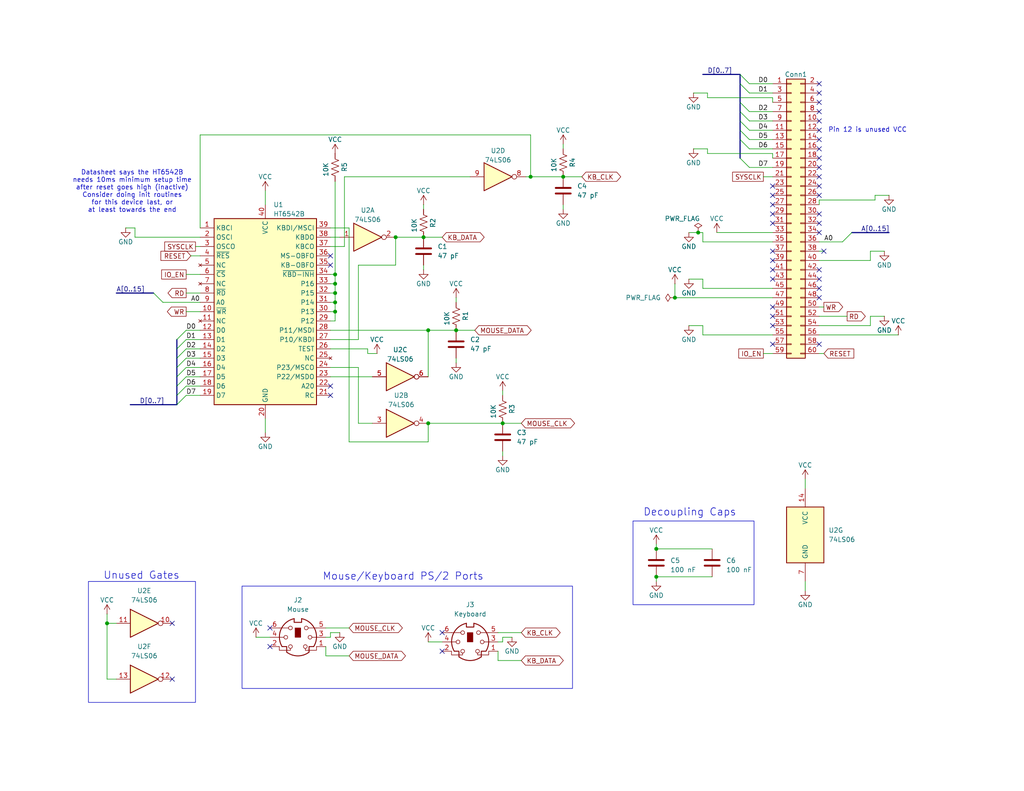
<source format=kicad_sch>
(kicad_sch (version 20231120) (generator "eeschema") (generator_version "8.0")
  (paper "A")
  (title_block (title "Kludge PS/2 Card") (rev "1.0.1"))
  (lib_symbols
    (symbol "74xx:74LS06" (pin_names (offset 1.016))
      (property "Reference" "U" (at 0 1.27 0))
      (property "Value" "74LS06" (at 0 -1.27 0))
      (symbol "74LS06_1_0"
        (polyline (pts (xy -3.81 3.81) (xy -3.81 -3.81) (xy 3.81 0) (xy -3.81 3.81)) (stroke (width 0.254)) (fill (type background)))
        (pin input line (at -7.62 0 0) (length 3.81) (name "~") (number "1"))
        (pin open_collector inverted (at 7.62 0 180) (length 3.81) (name "~") (number "2"))
      )
      (symbol "74LS06_2_0"
        (polyline (pts (xy -3.81 3.81) (xy -3.81 -3.81) (xy 3.81 0) (xy -3.81 3.81)) (stroke (width 0.254)) (fill (type background)))
        (pin input line (at -7.62 0 0) (length 3.81) (name "~") (number "3"))
        (pin open_collector inverted (at 7.62 0 180) (length 3.81) (name "~") (number "4"))
      )
      (symbol "74LS06_3_0"
        (polyline (pts (xy -3.81 3.81) (xy -3.81 -3.81) (xy 3.81 0) (xy -3.81 3.81)) (stroke (width 0.254)) (fill (type background)))
        (pin input line (at -7.62 0 0) (length 3.81) (name "~") (number "5"))
        (pin open_collector inverted (at 7.62 0 180) (length 3.81) (name "~") (number "6"))
      )
      (symbol "74LS06_4_0"
        (polyline (pts (xy -3.81 3.81) (xy -3.81 -3.81) (xy 3.81 0) (xy -3.81 3.81)) (stroke (width 0.254)) (fill (type background)))
        (pin open_collector inverted (at 7.62 0 180) (length 3.81) (name "~") (number "8"))
        (pin input line (at -7.62 0 0) (length 3.81) (name "~") (number "9"))
      )
      (symbol "74LS06_5_0"
        (polyline (pts (xy -3.81 3.81) (xy -3.81 -3.81) (xy 3.81 0) (xy -3.81 3.81)) (stroke (width 0.254)) (fill (type background)))
        (pin open_collector inverted (at 7.62 0 180) (length 3.81) (name "~") (number "10"))
        (pin input line (at -7.62 0 0) (length 3.81) (name "~") (number "11"))
      )
      (symbol "74LS06_6_0"
        (polyline (pts (xy -3.81 3.81) (xy -3.81 -3.81) (xy 3.81 0) (xy -3.81 3.81)) (stroke (width 0.254)) (fill (type background)))
        (pin open_collector inverted (at 7.62 0 180) (length 3.81) (name "~") (number "12"))
        (pin input line (at -7.62 0 0) (length 3.81) (name "~") (number "13"))
      )
      (symbol "74LS06_7_0"
        (pin power_in line (at 0 12.7 270) (length 5.08) (name "VCC") (number "14"))
        (pin power_in line (at 0 -12.7 90) (length 5.08) (name "GND") (number "7"))
      )
      (symbol "74LS06_7_1"
        (rectangle (start -5.08 7.62) (end 5.08 -7.62) (stroke (width 0.254)) (fill (type background)))
      )
    )
    (symbol "Connector:Mini-DIN-6" (pin_names (offset 1.016))
      (property "Reference" "J" (at 0 6.35 0))
      (property "Value" "Mini-DIN-6" (at 0 -6.35 0))
      (symbol "Mini-DIN-6_0_1"
        (circle (center -3.302 0) (radius 0.508))
        (arc (start -3.048 -4.064) (mid 0 -5.08) (end 3.048 -4.064) (stroke (width 0.254)))
        (circle (center -2.032 -2.54) (radius 0.508))
        (circle (center -2.032 2.54) (radius 0.508))
        (arc (start -1.016 5.08) (mid -4.6228 2.1214) (end -4.318 -2.54) (stroke (width 0.254)))
        (rectangle (start -0.762 2.54) (end 0.762 0) (fill (type outline)))
        (polyline (pts (xy -3.81 0) (xy -5.08 0)))
        (polyline (pts (xy -2.54 2.54) (xy -5.08 2.54)))
        (polyline (pts (xy 2.794 2.54) (xy 5.08 2.54)))
        (polyline (pts (xy 5.08 0) (xy 3.81 0)))
        (polyline (pts (xy -4.318 -2.54) (xy -3.048 -2.54) (xy -3.048 -4.064)) (stroke (width 0.254)))
        (polyline (pts (xy 4.318 -2.54) (xy 3.048 -2.54) (xy 3.048 -4.064)) (stroke (width 0.254)))
        (polyline (pts (xy -2.032 -3.048) (xy -2.032 -3.556) (xy -5.08 -3.556) (xy -5.08 -2.54)))
        (polyline (pts (xy -1.016 5.08) (xy -1.016 4.064) (xy 1.016 4.064) (xy 1.016 5.08)) (stroke (width 0.254)))
        (polyline (pts (xy 2.032 -3.048) (xy 2.032 -3.556) (xy 5.08 -3.556) (xy 5.08 -2.54)))
        (circle (center 2.032 -2.54) (radius 0.508))
        (circle (center 2.286 2.54) (radius 0.508))
        (circle (center 3.302 0) (radius 0.508))
        (arc (start 4.318 -2.54) (mid 4.6661 2.1322) (end 1.016 5.08) (stroke (width 0.254)))
      )
      (symbol "Mini-DIN-6_1_1"
        (pin passive line (at 7.62 -2.54 180) (length 2.54) (name "~") (number "1"))
        (pin passive line (at -7.62 -2.54 0) (length 2.54) (name "~") (number "2"))
        (pin passive line (at 7.62 0 180) (length 2.54) (name "~") (number "3"))
        (pin passive line (at -7.62 0 0) (length 2.54) (name "~") (number "4"))
        (pin passive line (at 7.62 2.54 180) (length 2.54) (name "~") (number "5"))
        (pin passive line (at -7.62 2.54 0) (length 2.54) (name "~") (number "6"))
      )
    )
    (symbol "Connector_Generic:Conn_02x30_Odd_Even" (pin_names (offset 1.016) hide)
      (property "Reference" "J" (at 1.27 38.1 0))
      (property "Value" "Conn_02x30_Odd_Even" (at 1.27 -40.64 0))
      (symbol "Conn_02x30_Odd_Even_1_1"
        (rectangle (start -1.27 -37.973) (end 0 -38.227) (stroke (width 0.1524)))
        (rectangle (start -1.27 -35.433) (end 0 -35.687) (stroke (width 0.1524)))
        (rectangle (start -1.27 -32.893) (end 0 -33.147) (stroke (width 0.1524)))
        (rectangle (start -1.27 -30.353) (end 0 -30.607) (stroke (width 0.1524)))
        (rectangle (start -1.27 -27.813) (end 0 -28.067) (stroke (width 0.1524)))
        (rectangle (start -1.27 -25.273) (end 0 -25.527) (stroke (width 0.1524)))
        (rectangle (start -1.27 -22.733) (end 0 -22.987) (stroke (width 0.1524)))
        (rectangle (start -1.27 -20.193) (end 0 -20.447) (stroke (width 0.1524)))
        (rectangle (start -1.27 -17.653) (end 0 -17.907) (stroke (width 0.1524)))
        (rectangle (start -1.27 -15.113) (end 0 -15.367) (stroke (width 0.1524)))
        (rectangle (start -1.27 -12.573) (end 0 -12.827) (stroke (width 0.1524)))
        (rectangle (start -1.27 -10.033) (end 0 -10.287) (stroke (width 0.1524)))
        (rectangle (start -1.27 -7.493) (end 0 -7.747) (stroke (width 0.1524)))
        (rectangle (start -1.27 -4.953) (end 0 -5.207) (stroke (width 0.1524)))
        (rectangle (start -1.27 -2.413) (end 0 -2.667) (stroke (width 0.1524)))
        (rectangle (start -1.27 0.127) (end 0 -0.127) (stroke (width 0.1524)))
        (rectangle (start -1.27 2.667) (end 0 2.413) (stroke (width 0.1524)))
        (rectangle (start -1.27 5.207) (end 0 4.953) (stroke (width 0.1524)))
        (rectangle (start -1.27 7.747) (end 0 7.493) (stroke (width 0.1524)))
        (rectangle (start -1.27 10.287) (end 0 10.033) (stroke (width 0.1524)))
        (rectangle (start -1.27 12.827) (end 0 12.573) (stroke (width 0.1524)))
        (rectangle (start -1.27 15.367) (end 0 15.113) (stroke (width 0.1524)))
        (rectangle (start -1.27 17.907) (end 0 17.653) (stroke (width 0.1524)))
        (rectangle (start -1.27 20.447) (end 0 20.193) (stroke (width 0.1524)))
        (rectangle (start -1.27 22.987) (end 0 22.733) (stroke (width 0.1524)))
        (rectangle (start -1.27 25.527) (end 0 25.273) (stroke (width 0.1524)))
        (rectangle (start -1.27 28.067) (end 0 27.813) (stroke (width 0.1524)))
        (rectangle (start -1.27 30.607) (end 0 30.353) (stroke (width 0.1524)))
        (rectangle (start -1.27 33.147) (end 0 32.893) (stroke (width 0.1524)))
        (rectangle (start -1.27 35.687) (end 0 35.433) (stroke (width 0.1524)))
        (rectangle (start -1.27 36.83) (end 3.81 -39.37) (stroke (width 0.254)) (fill (type background)))
        (rectangle (start 3.81 -37.973) (end 2.54 -38.227) (stroke (width 0.1524)))
        (rectangle (start 3.81 -35.433) (end 2.54 -35.687) (stroke (width 0.1524)))
        (rectangle (start 3.81 -32.893) (end 2.54 -33.147) (stroke (width 0.1524)))
        (rectangle (start 3.81 -30.353) (end 2.54 -30.607) (stroke (width 0.1524)))
        (rectangle (start 3.81 -27.813) (end 2.54 -28.067) (stroke (width 0.1524)))
        (rectangle (start 3.81 -25.273) (end 2.54 -25.527) (stroke (width 0.1524)))
        (rectangle (start 3.81 -22.733) (end 2.54 -22.987) (stroke (width 0.1524)))
        (rectangle (start 3.81 -20.193) (end 2.54 -20.447) (stroke (width 0.1524)))
        (rectangle (start 3.81 -17.653) (end 2.54 -17.907) (stroke (width 0.1524)))
        (rectangle (start 3.81 -15.113) (end 2.54 -15.367) (stroke (width 0.1524)))
        (rectangle (start 3.81 -12.573) (end 2.54 -12.827) (stroke (width 0.1524)))
        (rectangle (start 3.81 -10.033) (end 2.54 -10.287) (stroke (width 0.1524)))
        (rectangle (start 3.81 -7.493) (end 2.54 -7.747) (stroke (width 0.1524)))
        (rectangle (start 3.81 -4.953) (end 2.54 -5.207) (stroke (width 0.1524)))
        (rectangle (start 3.81 -2.413) (end 2.54 -2.667) (stroke (width 0.1524)))
        (rectangle (start 3.81 0.127) (end 2.54 -0.127) (stroke (width 0.1524)))
        (rectangle (start 3.81 2.667) (end 2.54 2.413) (stroke (width 0.1524)))
        (rectangle (start 3.81 5.207) (end 2.54 4.953) (stroke (width 0.1524)))
        (rectangle (start 3.81 7.747) (end 2.54 7.493) (stroke (width 0.1524)))
        (rectangle (start 3.81 10.287) (end 2.54 10.033) (stroke (width 0.1524)))
        (rectangle (start 3.81 12.827) (end 2.54 12.573) (stroke (width 0.1524)))
        (rectangle (start 3.81 15.367) (end 2.54 15.113) (stroke (width 0.1524)))
        (rectangle (start 3.81 17.907) (end 2.54 17.653) (stroke (width 0.1524)))
        (rectangle (start 3.81 20.447) (end 2.54 20.193) (stroke (width 0.1524)))
        (rectangle (start 3.81 22.987) (end 2.54 22.733) (stroke (width 0.1524)))
        (rectangle (start 3.81 25.527) (end 2.54 25.273) (stroke (width 0.1524)))
        (rectangle (start 3.81 28.067) (end 2.54 27.813) (stroke (width 0.1524)))
        (rectangle (start 3.81 30.607) (end 2.54 30.353) (stroke (width 0.1524)))
        (rectangle (start 3.81 33.147) (end 2.54 32.893) (stroke (width 0.1524)))
        (rectangle (start 3.81 35.687) (end 2.54 35.433) (stroke (width 0.1524)))
        (pin passive line (at -5.08 35.56 0) (length 3.81) (name "Pin_1") (number "1"))
        (pin passive line (at 7.62 25.4 180) (length 3.81) (name "Pin_10") (number "10"))
        (pin passive line (at -5.08 22.86 0) (length 3.81) (name "Pin_11") (number "11"))
        (pin passive line (at 7.62 22.86 180) (length 3.81) (name "Pin_12") (number "12"))
        (pin passive line (at -5.08 20.32 0) (length 3.81) (name "Pin_13") (number "13"))
        (pin passive line (at 7.62 20.32 180) (length 3.81) (name "Pin_14") (number "14"))
        (pin passive line (at -5.08 17.78 0) (length 3.81) (name "Pin_15") (number "15"))
        (pin passive line (at 7.62 17.78 180) (length 3.81) (name "Pin_16") (number "16"))
        (pin passive line (at -5.08 15.24 0) (length 3.81) (name "Pin_17") (number "17"))
        (pin passive line (at 7.62 15.24 180) (length 3.81) (name "Pin_18") (number "18"))
        (pin passive line (at -5.08 12.7 0) (length 3.81) (name "Pin_19") (number "19"))
        (pin passive line (at 7.62 35.56 180) (length 3.81) (name "Pin_2") (number "2"))
        (pin passive line (at 7.62 12.7 180) (length 3.81) (name "Pin_20") (number "20"))
        (pin passive line (at -5.08 10.16 0) (length 3.81) (name "Pin_21") (number "21"))
        (pin passive line (at 7.62 10.16 180) (length 3.81) (name "Pin_22") (number "22"))
        (pin passive line (at -5.08 7.62 0) (length 3.81) (name "Pin_23") (number "23"))
        (pin passive line (at 7.62 7.62 180) (length 3.81) (name "Pin_24") (number "24"))
        (pin passive line (at -5.08 5.08 0) (length 3.81) (name "Pin_25") (number "25"))
        (pin passive line (at 7.62 5.08 180) (length 3.81) (name "Pin_26") (number "26"))
        (pin passive line (at -5.08 2.54 0) (length 3.81) (name "Pin_27") (number "27"))
        (pin passive line (at 7.62 2.54 180) (length 3.81) (name "Pin_28") (number "28"))
        (pin passive line (at -5.08 0 0) (length 3.81) (name "Pin_29") (number "29"))
        (pin passive line (at -5.08 33.02 0) (length 3.81) (name "Pin_3") (number "3"))
        (pin passive line (at 7.62 0 180) (length 3.81) (name "Pin_30") (number "30"))
        (pin passive line (at -5.08 -2.54 0) (length 3.81) (name "Pin_31") (number "31"))
        (pin passive line (at 7.62 -2.54 180) (length 3.81) (name "Pin_32") (number "32"))
        (pin passive line (at -5.08 -5.08 0) (length 3.81) (name "Pin_33") (number "33"))
        (pin passive line (at 7.62 -5.08 180) (length 3.81) (name "Pin_34") (number "34"))
        (pin passive line (at -5.08 -7.62 0) (length 3.81) (name "Pin_35") (number "35"))
        (pin passive line (at 7.62 -7.62 180) (length 3.81) (name "Pin_36") (number "36"))
        (pin passive line (at -5.08 -10.16 0) (length 3.81) (name "Pin_37") (number "37"))
        (pin passive line (at 7.62 -10.16 180) (length 3.81) (name "Pin_38") (number "38"))
        (pin passive line (at -5.08 -12.7 0) (length 3.81) (name "Pin_39") (number "39"))
        (pin passive line (at 7.62 33.02 180) (length 3.81) (name "Pin_4") (number "4"))
        (pin passive line (at 7.62 -12.7 180) (length 3.81) (name "Pin_40") (number "40"))
        (pin passive line (at -5.08 -15.24 0) (length 3.81) (name "Pin_41") (number "41"))
        (pin passive line (at 7.62 -15.24 180) (length 3.81) (name "Pin_42") (number "42"))
        (pin passive line (at -5.08 -17.78 0) (length 3.81) (name "Pin_43") (number "43"))
        (pin passive line (at 7.62 -17.78 180) (length 3.81) (name "Pin_44") (number "44"))
        (pin passive line (at -5.08 -20.32 0) (length 3.81) (name "Pin_45") (number "45"))
        (pin passive line (at 7.62 -20.32 180) (length 3.81) (name "Pin_46") (number "46"))
        (pin passive line (at -5.08 -22.86 0) (length 3.81) (name "Pin_47") (number "47"))
        (pin passive line (at 7.62 -22.86 180) (length 3.81) (name "Pin_48") (number "48"))
        (pin passive line (at -5.08 -25.4 0) (length 3.81) (name "Pin_49") (number "49"))
        (pin passive line (at -5.08 30.48 0) (length 3.81) (name "Pin_5") (number "5"))
        (pin passive line (at 7.62 -25.4 180) (length 3.81) (name "Pin_50") (number "50"))
        (pin passive line (at -5.08 -27.94 0) (length 3.81) (name "Pin_51") (number "51"))
        (pin passive line (at 7.62 -27.94 180) (length 3.81) (name "Pin_52") (number "52"))
        (pin passive line (at -5.08 -30.48 0) (length 3.81) (name "Pin_53") (number "53"))
        (pin passive line (at 7.62 -30.48 180) (length 3.81) (name "Pin_54") (number "54"))
        (pin passive line (at -5.08 -33.02 0) (length 3.81) (name "Pin_55") (number "55"))
        (pin passive line (at 7.62 -33.02 180) (length 3.81) (name "Pin_56") (number "56"))
        (pin passive line (at -5.08 -35.56 0) (length 3.81) (name "Pin_57") (number "57"))
        (pin passive line (at 7.62 -35.56 180) (length 3.81) (name "Pin_58") (number "58"))
        (pin passive line (at -5.08 -38.1 0) (length 3.81) (name "Pin_59") (number "59"))
        (pin passive line (at 7.62 30.48 180) (length 3.81) (name "Pin_6") (number "6"))
        (pin passive line (at 7.62 -38.1 180) (length 3.81) (name "Pin_60") (number "60"))
        (pin passive line (at -5.08 27.94 0) (length 3.81) (name "Pin_7") (number "7"))
        (pin passive line (at 7.62 27.94 180) (length 3.81) (name "Pin_8") (number "8"))
        (pin passive line (at -5.08 25.4 0) (length 3.81) (name "Pin_9") (number "9"))
      )
    )
    (symbol "Device:C" (pin_numbers hide) (pin_names (offset 0.254))
      (property "Reference" "C" (at 0.635 2.54 0))
      (property "Value" "C" (at 0.635 -2.54 0))
      (symbol "C_0_1"
        (polyline (pts (xy -2.032 -0.762) (xy 2.032 -0.762)) (stroke (width 0.508)))
        (polyline (pts (xy -2.032 0.762) (xy 2.032 0.762)) (stroke (width 0.508)))
      )
      (symbol "C_1_1"
        (pin passive line (at 0 3.81 270) (length 2.794) (name "~") (number "1"))
        (pin passive line (at 0 -3.81 90) (length 2.794) (name "~") (number "2"))
      )
    )
    (symbol "Device:R_US" (pin_numbers hide) (pin_names (offset 0))
      (property "Reference" "R" (at 2.54 0 90))
      (property "Value" "R_US" (at -2.54 0 90))
      (symbol "R_US_0_1"
        (polyline (pts (xy 0 -2.286) (xy 0 -2.54)))
        (polyline (pts (xy 0 2.286) (xy 0 2.54)))
        (polyline (pts (xy 0 -0.762) (xy 1.016 -1.143) (xy 0 -1.524) (xy -1.016 -1.905) (xy 0 -2.286)))
        (polyline (pts (xy 0 0.762) (xy 1.016 0.381) (xy 0 0) (xy -1.016 -0.381) (xy 0 -0.762)))
        (polyline (pts (xy 0 2.286) (xy 1.016 1.905) (xy 0 1.524) (xy -1.016 1.143) (xy 0 0.762)))
      )
      (symbol "R_US_1_1"
        (pin passive line (at 0 3.81 270) (length 1.27) (name "~") (number "1"))
        (pin passive line (at 0 -3.81 90) (length 1.27) (name "~") (number "2"))
      )
    )
    (symbol "GND_2" (power) (pin_numbers hide) (pin_names (offset 0) hide)
      (property "Value" "GND" (at 0 -3.81 0))
      (symbol "GND_2_0_1"
        (polyline (pts (xy 0 0) (xy 0 -1.27) (xy 1.27 -1.27) (xy 0 -2.54) (xy -1.27 -1.27) (xy 0 -1.27)))
      )
      (symbol "GND_2_1_1"
        (pin power_in line (at 0 0 270) (length 0) (name "~") (number "1"))
      )
    )
    (symbol "GND_7" (power) (pin_numbers hide) (pin_names (offset 0) hide)
      (property "Value" "GND" (at 0 -3.81 0))
      (symbol "GND_7_0_1"
        (polyline (pts (xy 0 0) (xy 0 -1.27) (xy 1.27 -1.27) (xy 0 -2.54) (xy -1.27 -1.27) (xy 0 -1.27)))
      )
      (symbol "GND_7_1_1"
        (pin power_in line (at 0 0 270) (length 0) (name "~") (number "1"))
      )
    )
    (symbol "VCC_2" (power) (pin_numbers hide) (pin_names (offset 0) hide)
      (property "Value" "VCC" (at 0 3.556 0))
      (symbol "VCC_2_0_1"
        (polyline (pts (xy -0.762 1.27) (xy 0 2.54)))
        (polyline (pts (xy 0 0) (xy 0 2.54)))
        (polyline (pts (xy 0 2.54) (xy 0.762 1.27)))
      )
      (symbol "VCC_2_1_1"
        (pin power_in line (at 0 0 90) (length 0) (name "~") (number "1"))
      )
    )
    (symbol "VCC_7" (power) (pin_numbers hide) (pin_names (offset 0) hide)
      (property "Value" "VCC" (at 0 3.556 0))
      (symbol "VCC_7_0_1"
        (polyline (pts (xy -0.762 1.27) (xy 0 2.54)))
        (polyline (pts (xy 0 0) (xy 0 2.54)))
        (polyline (pts (xy 0 2.54) (xy 0.762 1.27)))
      )
      (symbol "VCC_7_1_1"
        (pin power_in line (at 0 0 90) (length 0) (name "~") (number "1"))
      )
    )
    (symbol "Z80-Parts:HT6542B"
      (property "Reference" "U" (at -13.462 26.416 0))
      (symbol "HT6542B_0_1"
        (rectangle (start -13.97 25.4) (end 13.97 -25.4) (stroke (width 0.254)) (fill (type background)))
      )
      (symbol "HT6542B_1_1"
        (pin input line (at -17.78 22.86 0) (length 3.81) (name "KBCI") (number "1"))
        (pin input line (at -17.78 0 0) (length 3.81) (name "~{WR}") (number "10"))
        (pin no_connect line (at -17.78 -2.54 0) (length 3.81) (name "NC") (number "11"))
        (pin bidirectional line (at -17.78 -5.08 0) (length 3.81) (name "D0") (number "12"))
        (pin bidirectional line (at -17.78 -7.62 0) (length 3.81) (name "D1") (number "13"))
        (pin bidirectional line (at -17.78 -10.16 0) (length 3.81) (name "D2") (number "14"))
        (pin bidirectional line (at -17.78 -12.7 0) (length 3.81) (name "D3") (number "15"))
        (pin bidirectional line (at -17.78 -15.24 0) (length 3.81) (name "D4") (number "16"))
        (pin bidirectional line (at -17.78 -17.78 0) (length 3.81) (name "D5") (number "17"))
        (pin bidirectional line (at -17.78 -20.32 0) (length 3.81) (name "D6") (number "18"))
        (pin bidirectional line (at -17.78 -22.86 0) (length 3.81) (name "D7") (number "19"))
        (pin input line (at -17.78 20.32 0) (length 3.81) (name "OSCI") (number "2"))
        (pin power_in line (at 0 -29.21 90) (length 3.81) (name "GND") (number "20"))
        (pin output line (at 17.78 -22.86 180) (length 3.81) (name "RC") (number "21"))
        (pin output line (at 17.78 -20.32 180) (length 3.81) (name "A20") (number "22"))
        (pin output line (at 17.78 -17.78 180) (length 3.81) (name "P22/MSDO") (number "23"))
        (pin output line (at 17.78 -15.24 180) (length 3.81) (name "P23/MSCO") (number "24"))
        (pin no_connect line (at 17.78 -12.7 180) (length 3.81) (name "NC") (number "25"))
        (pin input line (at 17.78 -10.16 180) (length 3.81) (name "TEST") (number "26"))
        (pin input line (at 17.78 -7.62 180) (length 3.81) (name "P10/KBDI") (number "27"))
        (pin input line (at 17.78 -5.08 180) (length 3.81) (name "P11/MSDI") (number "28"))
        (pin bidirectional line (at 17.78 -2.54 180) (length 3.81) (name "P12") (number "29"))
        (pin output line (at -17.78 17.78 0) (length 3.81) (name "OSCO") (number "3"))
        (pin bidirectional line (at 17.78 0 180) (length 3.81) (name "P13") (number "30"))
        (pin bidirectional line (at 17.78 2.54 180) (length 3.81) (name "P14") (number "31"))
        (pin bidirectional line (at 17.78 5.08 180) (length 3.81) (name "P15") (number "32"))
        (pin bidirectional line (at 17.78 7.62 180) (length 3.81) (name "P16") (number "33"))
        (pin output line (at 17.78 10.16 180) (length 3.81) (name "~{KBD-INH}") (number "34"))
        (pin output line (at 17.78 12.7 180) (length 3.81) (name "KB-OBFO") (number "35"))
        (pin output line (at 17.78 15.24 180) (length 3.81) (name "MS-OBFO") (number "36"))
        (pin output line (at 17.78 17.78 180) (length 3.81) (name "KBCO") (number "37"))
        (pin output line (at 17.78 20.32 180) (length 3.81) (name "KBDO") (number "38"))
        (pin input line (at 17.78 22.86 180) (length 3.81) (name "KBDI/MSCI") (number "39"))
        (pin input line (at -17.78 15.24 0) (length 3.81) (name "~{RES}") (number "4"))
        (pin power_in line (at 0 29.21 270) (length 3.81) (name "VCC") (number "40"))
        (pin no_connect line (at -17.78 12.7 0) (length 3.81) (name "NC") (number "5"))
        (pin input line (at -17.78 10.16 0) (length 3.81) (name "~{CS}") (number "6"))
        (pin no_connect line (at -17.78 7.62 0) (length 3.81) (name "NC") (number "7"))
        (pin input line (at -17.78 5.08 0) (length 3.81) (name "~{RD}") (number "8"))
        (pin input line (at -17.78 2.54 0) (length 3.81) (name "A0") (number "9"))
      )
    )
    (symbol "power:PWR_FLAG" (power) (pin_numbers hide) (pin_names (offset 0) hide)
      (property "Value" "PWR_FLAG" (at 0 3.81 0))
      (symbol "PWR_FLAG_0_0"
        (pin power_out line (at 0 0 90) (length 0) (name "~") (number "1"))
      )
      (symbol "PWR_FLAG_0_1"
        (polyline (pts (xy 0 0) (xy 0 1.27) (xy -1.016 1.905) (xy 0 2.54) (xy 1.016 1.905) (xy 0 1.27)))
      )
    )
  )
  (junction (at 179.07 149.86))
  (junction (at 115.57 64.77))
  (junction (at 91.44 82.55))
  (junction (at 107.95 64.77))
  (junction (at 124.46 90.17))
  (junction (at 91.44 85.09))
  (junction (at 137.16 115.57))
  (junction (at 91.44 80.01))
  (junction (at 144.78 48.26))
  (junction (at 184.15 81.28))
  (junction (at 179.07 157.48))
  (junction (at 153.67 48.26))
  (junction (at 91.44 77.47))
  (junction (at 29.21 170.18))
  (junction (at 190.5 63.5))
  (junction (at 116.84 115.57))
  (junction (at 91.44 74.93))
  (junction (at 116.84 90.17))
  (no_connect (at 210.82 50.8))
  (no_connect (at 223.52 73.66))
  (no_connect (at 210.82 68.58))
  (no_connect (at 210.82 73.66))
  (no_connect (at 210.82 88.9))
  (no_connect (at 46.99 185.42))
  (no_connect (at 223.52 78.74))
  (no_connect (at 223.52 33.02))
  (no_connect (at 223.52 58.42))
  (no_connect (at 223.52 40.64))
  (no_connect (at 210.82 55.88))
  (no_connect (at 223.52 93.98))
  (no_connect (at 223.52 45.72))
  (no_connect (at 223.52 81.28))
  (no_connect (at 210.82 76.2))
  (no_connect (at 90.17 69.85))
  (no_connect (at 224.79 68.58))
  (no_connect (at 223.52 22.86))
  (no_connect (at 223.52 60.96))
  (no_connect (at 90.17 72.39))
  (no_connect (at 210.82 53.34))
  (no_connect (at 210.82 60.96))
  (no_connect (at 210.82 86.36))
  (no_connect (at 46.99 170.18))
  (no_connect (at 223.52 38.1))
  (no_connect (at 90.17 107.95))
  (no_connect (at 223.52 25.4))
  (no_connect (at 223.52 43.18))
  (no_connect (at 223.52 35.56))
  (no_connect (at 210.82 71.12))
  (no_connect (at 210.82 83.82))
  (no_connect (at 223.52 63.5))
  (no_connect (at 223.52 50.8))
  (no_connect (at 120.65 172.72))
  (no_connect (at 120.65 177.8))
  (no_connect (at 73.66 171.45))
  (no_connect (at 223.52 27.94))
  (no_connect (at 223.52 30.48))
  (no_connect (at 90.17 105.41))
  (no_connect (at 223.52 48.26))
  (no_connect (at 223.52 53.34))
  (no_connect (at 223.52 76.2))
  (no_connect (at 210.82 58.42))
  (no_connect (at 73.66 176.53))
  (no_connect (at 210.82 93.98))
  (bus_entry (at 50.8 100.33) (size -2.54 2.54))
  (bus_entry (at 201.93 22.86) (size 2.54 2.54))
  (bus_entry (at 201.93 35.56) (size 2.54 2.54))
  (bus_entry (at 201.93 43.18) (size 2.54 2.54))
  (bus_entry (at 50.8 102.87) (size -2.54 2.54))
  (bus_entry (at 50.8 90.17) (size -2.54 2.54))
  (bus_entry (at 50.8 92.71) (size -2.54 2.54))
  (bus_entry (at 229.87 66.04) (size 2.54 -2.54))
  (bus_entry (at 50.8 97.79) (size -2.54 2.54))
  (bus_entry (at 50.8 105.41) (size -2.54 2.54))
  (bus_entry (at 201.93 20.32) (size 2.54 2.54))
  (bus_entry (at 41.91 80.01) (size 2.54 2.54))
  (bus_entry (at 201.93 33.02) (size 2.54 2.54))
  (bus_entry (at 201.93 38.1) (size 2.54 2.54))
  (bus_entry (at 50.8 107.95) (size -2.54 2.54))
  (bus_entry (at 50.8 95.25) (size -2.54 2.54))
  (bus_entry (at 201.93 27.94) (size 2.54 2.54))
  (bus_entry (at 201.93 30.48) (size 2.54 2.54))
  (wire (pts (xy 238.76 53.34) (xy 242.57 53.34)))
  (bus (pts (xy 201.93 30.48) (xy 201.93 33.02)))
  (wire (pts (xy 100.33 95.25) (xy 90.17 95.25)))
  (wire (pts (xy 219.71 158.75) (xy 219.71 161.29)))
  (wire (pts (xy 184.15 77.47) (xy 184.15 81.28)))
  (wire (pts (xy 193.04 41.91) (xy 193.04 40.64)))
  (wire (pts (xy 208.28 96.52) (xy 210.82 96.52)))
  (wire (pts (xy 54.61 62.23) (xy 54.61 36.83)))
  (wire (pts (xy 210.82 33.02) (xy 204.47 33.02)))
  (wire (pts (xy 135.89 180.34) (xy 142.24 180.34)))
  (wire (pts (xy 137.16 106.68) (xy 137.16 107.95)))
  (bus (pts (xy 48.26 92.71) (xy 48.26 95.25)))
  (wire (pts (xy 210.82 27.94) (xy 210.82 26.67)))
  (wire (pts (xy 91.44 74.93) (xy 91.44 77.47)))
  (wire (pts (xy 195.58 63.5) (xy 210.82 63.5)))
  (wire (pts (xy 124.46 90.17) (xy 129.54 90.17)))
  (wire (pts (xy 116.84 90.17) (xy 124.46 90.17)))
  (wire (pts (xy 95.25 171.45) (xy 88.9 171.45)))
  (wire (pts (xy 97.79 100.33) (xy 97.79 115.57)))
  (wire (pts (xy 224.79 83.82) (xy 223.52 83.82)))
  (wire (pts (xy 88.9 176.53) (xy 88.9 179.07)))
  (wire (pts (xy 204.47 22.86) (xy 210.82 22.86)))
  (wire (pts (xy 29.21 170.18) (xy 29.21 185.42)))
  (wire (pts (xy 179.07 148.59) (xy 179.07 149.86)))
  (wire (pts (xy 50.8 85.09) (xy 54.61 85.09)))
  (wire (pts (xy 90.17 67.31) (xy 93.98 67.31)))
  (wire (pts (xy 204.47 25.4) (xy 210.82 25.4)))
  (wire (pts (xy 69.85 173.99) (xy 73.66 173.99)))
  (bus (pts (xy 48.26 95.25) (xy 48.26 97.79)))
  (wire (pts (xy 90.17 74.93) (xy 91.44 74.93)))
  (wire (pts (xy 229.87 66.04) (xy 223.52 66.04)))
  (wire (pts (xy 191.77 76.2) (xy 187.96 76.2)))
  (bus (pts (xy 48.26 97.79) (xy 48.26 100.33)))
  (wire (pts (xy 91.44 82.55) (xy 91.44 80.01)))
  (wire (pts (xy 31.75 185.42) (xy 29.21 185.42)))
  (wire (pts (xy 223.52 88.9) (xy 237.49 88.9)))
  (wire (pts (xy 90.17 77.47) (xy 91.44 77.47)))
  (bus (pts (xy 191.77 20.32) (xy 201.93 20.32)))
  (wire (pts (xy 88.9 179.07) (xy 95.25 179.07)))
  (wire (pts (xy 72.39 114.3) (xy 72.39 118.11)))
  (wire (pts (xy 237.49 88.9) (xy 237.49 86.36)))
  (wire (pts (xy 91.44 80.01) (xy 91.44 77.47)))
  (wire (pts (xy 184.15 81.28) (xy 210.82 81.28)))
  (wire (pts (xy 210.82 41.91) (xy 193.04 41.91)))
  (wire (pts (xy 107.95 72.39) (xy 107.95 64.77)))
  (wire (pts (xy 90.17 82.55) (xy 91.44 82.55)))
  (wire (pts (xy 44.45 82.55) (xy 54.61 82.55)))
  (wire (pts (xy 97.79 115.57) (xy 101.6 115.57)))
  (bus (pts (xy 201.93 38.1) (xy 201.93 43.18)))
  (wire (pts (xy 50.8 102.87) (xy 54.61 102.87)))
  (wire (pts (xy 237.49 68.58) (xy 241.3 68.58)))
  (wire (pts (xy 143.51 48.26) (xy 144.78 48.26)))
  (wire (pts (xy 116.84 175.26) (xy 120.65 175.26)))
  (wire (pts (xy 223.52 71.12) (xy 237.49 71.12)))
  (wire (pts (xy 179.07 157.48) (xy 194.31 157.48)))
  (bus (pts (xy 48.26 100.33) (xy 48.26 102.87)))
  (wire (pts (xy 124.46 97.79) (xy 124.46 99.06)))
  (wire (pts (xy 115.57 72.39) (xy 115.57 73.66)))
  (wire (pts (xy 90.17 80.01) (xy 91.44 80.01)))
  (wire (pts (xy 238.76 54.61) (xy 238.76 53.34)))
  (bus (pts (xy 48.26 107.95) (xy 48.26 110.49)))
  (bus (pts (xy 31.75 80.01) (xy 41.91 80.01)))
  (wire (pts (xy 90.17 62.23) (xy 95.25 62.23)))
  (wire (pts (xy 144.78 48.26) (xy 153.67 48.26)))
  (wire (pts (xy 179.07 158.75) (xy 179.07 157.48)))
  (wire (pts (xy 223.52 54.61) (xy 238.76 54.61)))
  (wire (pts (xy 50.8 105.41) (xy 54.61 105.41)))
  (wire (pts (xy 36.83 64.77) (xy 54.61 64.77)))
  (wire (pts (xy 137.16 175.26) (xy 137.16 173.99)))
  (wire (pts (xy 100.33 96.52) (xy 102.87 96.52)))
  (wire (pts (xy 144.78 36.83) (xy 144.78 48.26)))
  (wire (pts (xy 210.82 40.64) (xy 204.47 40.64)))
  (wire (pts (xy 190.5 63.5) (xy 187.96 63.5)))
  (wire (pts (xy 90.17 172.72) (xy 92.71 172.72)))
  (wire (pts (xy 191.77 66.04) (xy 210.82 66.04)))
  (wire (pts (xy 191.77 88.9) (xy 187.96 88.9)))
  (wire (pts (xy 95.25 62.23) (xy 95.25 120.65)))
  (wire (pts (xy 193.04 25.4) (xy 189.23 25.4)))
  (wire (pts (xy 137.16 173.99) (xy 139.7 173.99)))
  (wire (pts (xy 219.71 130.81) (xy 219.71 133.35)))
  (bus (pts (xy 201.93 27.94) (xy 201.93 30.48)))
  (bus (pts (xy 201.93 22.86) (xy 201.93 27.94)))
  (wire (pts (xy 210.82 38.1) (xy 204.47 38.1)))
  (wire (pts (xy 191.77 78.74) (xy 210.82 78.74)))
  (wire (pts (xy 90.17 64.77) (xy 92.71 64.77)))
  (wire (pts (xy 91.44 85.09) (xy 91.44 82.55)))
  (wire (pts (xy 90.17 173.99) (xy 90.17 172.72)))
  (wire (pts (xy 191.77 91.44) (xy 210.82 91.44)))
  (wire (pts (xy 34.29 62.23) (xy 36.83 62.23)))
  (wire (pts (xy 50.8 100.33) (xy 54.61 100.33)))
  (wire (pts (xy 223.52 55.88) (xy 223.52 54.61)))
  (wire (pts (xy 191.77 91.44) (xy 191.77 88.9)))
  (wire (pts (xy 90.17 90.17) (xy 116.84 90.17)))
  (wire (pts (xy 50.8 97.79) (xy 54.61 97.79)))
  (wire (pts (xy 153.67 39.37) (xy 153.67 40.64)))
  (bus (pts (xy 201.93 33.02) (xy 201.93 35.56)))
  (bus (pts (xy 48.26 105.41) (xy 48.26 107.95)))
  (wire (pts (xy 116.84 115.57) (xy 137.16 115.57)))
  (wire (pts (xy 90.17 100.33) (xy 97.79 100.33)))
  (wire (pts (xy 237.49 86.36) (xy 241.3 86.36)))
  (wire (pts (xy 191.77 63.5) (xy 190.5 63.5)))
  (wire (pts (xy 50.8 107.95) (xy 54.61 107.95)))
  (wire (pts (xy 50.8 92.71) (xy 54.61 92.71)))
  (wire (pts (xy 54.61 36.83) (xy 144.78 36.83)))
  (wire (pts (xy 115.57 55.88) (xy 115.57 57.15)))
  (wire (pts (xy 153.67 48.26) (xy 158.75 48.26)))
  (wire (pts (xy 91.44 87.63) (xy 91.44 85.09)))
  (wire (pts (xy 135.89 175.26) (xy 137.16 175.26)))
  (wire (pts (xy 90.17 102.87) (xy 101.6 102.87)))
  (wire (pts (xy 90.17 87.63) (xy 91.44 87.63)))
  (bus (pts (xy 35.56 110.49) (xy 48.26 110.49)))
  (wire (pts (xy 90.17 92.71) (xy 97.79 92.71)))
  (wire (pts (xy 93.98 48.26) (xy 128.27 48.26)))
  (wire (pts (xy 210.82 26.67) (xy 193.04 26.67)))
  (wire (pts (xy 97.79 92.71) (xy 97.79 72.39)))
  (wire (pts (xy 210.82 45.72) (xy 204.47 45.72)))
  (wire (pts (xy 223.52 86.36) (xy 231.14 86.36)))
  (wire (pts (xy 90.17 85.09) (xy 91.44 85.09)))
  (wire (pts (xy 97.79 72.39) (xy 107.95 72.39)))
  (wire (pts (xy 100.33 96.52) (xy 100.33 95.25)))
  (wire (pts (xy 179.07 149.86) (xy 194.31 149.86)))
  (wire (pts (xy 124.46 81.28) (xy 124.46 82.55)))
  (wire (pts (xy 29.21 170.18) (xy 29.21 167.64)))
  (wire (pts (xy 191.77 66.04) (xy 191.77 63.5)))
  (wire (pts (xy 107.95 64.77) (xy 115.57 64.77)))
  (wire (pts (xy 153.67 55.88) (xy 153.67 57.15)))
  (wire (pts (xy 210.82 30.48) (xy 204.47 30.48)))
  (wire (pts (xy 88.9 173.99) (xy 90.17 173.99)))
  (wire (pts (xy 193.04 26.67) (xy 193.04 25.4)))
  (wire (pts (xy 116.84 90.17) (xy 116.84 102.87)))
  (wire (pts (xy 237.49 71.12) (xy 237.49 68.58)))
  (bus (pts (xy 232.41 63.5) (xy 242.57 63.5)))
  (bus (pts (xy 201.93 20.32) (xy 201.93 22.86)))
  (wire (pts (xy 223.52 96.52) (xy 224.79 96.52)))
  (wire (pts (xy 142.24 172.72) (xy 135.89 172.72)))
  (wire (pts (xy 50.8 74.93) (xy 54.61 74.93)))
  (wire (pts (xy 210.82 43.18) (xy 210.82 41.91)))
  (wire (pts (xy 54.61 67.31) (xy 53.34 67.31)))
  (wire (pts (xy 50.8 95.25) (xy 54.61 95.25)))
  (wire (pts (xy 52.07 69.85) (xy 54.61 69.85)))
  (wire (pts (xy 137.16 123.19) (xy 137.16 124.46)))
  (wire (pts (xy 50.8 90.17) (xy 54.61 90.17)))
  (wire (pts (xy 115.57 64.77) (xy 120.65 64.77)))
  (wire (pts (xy 208.28 48.26) (xy 210.82 48.26)))
  (wire (pts (xy 116.84 120.65) (xy 116.84 115.57)))
  (wire (pts (xy 210.82 35.56) (xy 204.47 35.56)))
  (wire (pts (xy 91.44 49.53) (xy 91.44 74.93)))
  (bus (pts (xy 201.93 35.56) (xy 201.93 38.1)))
  (wire (pts (xy 95.25 120.65) (xy 116.84 120.65)))
  (wire (pts (xy 93.98 48.26) (xy 93.98 67.31)))
  (wire (pts (xy 135.89 177.8) (xy 135.89 180.34)))
  (wire (pts (xy 223.52 68.58) (xy 224.79 68.58)))
  (wire (pts (xy 193.04 40.64) (xy 189.23 40.64)))
  (wire (pts (xy 223.52 91.44) (xy 245.11 91.44)))
  (wire (pts (xy 72.39 52.07) (xy 72.39 55.88)))
  (wire (pts (xy 36.83 62.23) (xy 36.83 64.77)))
  (bus (pts (xy 48.26 102.87) (xy 48.26 105.41)))
  (wire (pts (xy 31.75 170.18) (xy 29.21 170.18)))
  (wire (pts (xy 50.8 80.01) (xy 54.61 80.01)))
  (wire (pts (xy 137.16 115.57) (xy 142.24 115.57)))
  (wire (pts (xy 191.77 78.74) (xy 191.77 76.2)))
  (rectangle (start 24.13 158.75) (end 53.34 191.77))
  (rectangle (start 66.04 160.02) (end 156.21 187.96))
  (rectangle (start 172.72 142.24) (end 205.74 165.1))
  (text "Datasheet says the HT6542B\nneeds 10ms minimum setup time\nafter reset goes high (inactive)\nConsider doing init routines\nfor this device last, or\nat least towards the end" (at 36.068 52.324 0) (effects (font (size 1.27 1.27))))
  (text "Unused Gates" (at 38.608 157.226 0) (effects (font (size 2 2))))
  (text "Pin 12 is unused VCC" (at 236.728 35.56 0) (effects (font (size 1.27 1.27))))
  (text "Mouse/Keyboard PS/2 Ports" (at 109.982 157.48 0) (effects (font (size 2 2))))
  (text "Decoupling Caps" (at 188.214 139.954 0) (effects (font (size 2 2))))
  (label "A[0..15]" (at 31.75 80.01 0))
  (label "A[0..15]" (at 234.95 63.5 0))
  (label "D6" (at 50.8 105.41 0))
  (label "D[0..7]" (at 193.04 20.32 0))
  (label "D2" (at 209.55 30.48 180))
  (label "D4" (at 50.8 100.33 0))
  (label "A0" (at 52.07 82.55 0))
  (label "A0" (at 227.33 66.04 180))
  (label "D1" (at 50.8 92.71 0))
  (label "D0" (at 209.55 22.86 180))
  (label "D6" (at 209.55 40.64 180))
  (label "D4" (at 209.55 35.56 180))
  (label "D2" (at 50.8 95.25 0))
  (label "D3" (at 209.55 33.02 180))
  (label "D3" (at 50.8 97.79 0))
  (label "D5" (at 209.55 38.1 180))
  (label "D5" (at 50.8 102.87 0))
  (label "D[0..7]" (at 38.1 110.49 0))
  (label "D7" (at 209.55 45.72 180))
  (label "D7" (at 50.8 107.95 0))
  (label "D1" (at 209.55 25.4 180))
  (label "D0" (at 50.8 90.17 0))
  (global_label "IO_EN" (shape passive) (at 50.8 74.93 180) (property "Intersheetrefs" "${INTERSHEET_REFS}" (effects (hide yes))))
  (global_label "KB_DATA" (shape bidirectional) (at 120.65 64.77 0) (property "Intersheetrefs" "${INTERSHEET_REFS}" (effects (hide yes))))
  (global_label "RESET" (shape input) (at 224.79 96.52 0) (property "Intersheetrefs" "${INTERSHEET_REFS}" (effects (hide yes))))
  (global_label "SYSCLK" (shape passive) (at 53.34 67.31 180) (property "Intersheetrefs" "${INTERSHEET_REFS}" (effects (hide yes))))
  (global_label "IO_EN" (shape passive) (at 208.28 96.52 180) (property "Intersheetrefs" "${INTERSHEET_REFS}" (effects (hide yes))))
  (global_label "KB_CLK" (shape bidirectional) (at 142.24 172.72 0) (property "Intersheetrefs" "${INTERSHEET_REFS}" (effects (hide yes))))
  (global_label "MOUSE_CLK" (shape bidirectional) (at 95.25 171.45 0) (property "Intersheetrefs" "${INTERSHEET_REFS}" (effects (hide yes))))
  (global_label "WR" (shape output) (at 50.8 85.09 180) (property "Intersheetrefs" "${INTERSHEET_REFS}" (effects (hide yes))))
  (global_label "RD" (shape output) (at 50.8 80.01 180) (property "Intersheetrefs" "${INTERSHEET_REFS}" (effects (hide yes))))
  (global_label "KB_DATA" (shape bidirectional) (at 142.24 180.34 0) (property "Intersheetrefs" "${INTERSHEET_REFS}" (effects (hide yes))))
  (global_label "KB_CLK" (shape bidirectional) (at 158.75 48.26 0) (property "Intersheetrefs" "${INTERSHEET_REFS}" (effects (hide yes))))
  (global_label "MOUSE_DATA" (shape bidirectional) (at 129.54 90.17 0) (property "Intersheetrefs" "${INTERSHEET_REFS}" (effects (hide yes))))
  (global_label "MOUSE_DATA" (shape bidirectional) (at 95.25 179.07 0) (property "Intersheetrefs" "${INTERSHEET_REFS}" (effects (hide yes))))
  (global_label "RD" (shape output) (at 231.14 86.36 0) (property "Intersheetrefs" "${INTERSHEET_REFS}" (effects (hide yes))))
  (global_label "SYSCLK" (shape passive) (at 208.28 48.26 180) (property "Intersheetrefs" "${INTERSHEET_REFS}" (effects (hide yes))))
  (global_label "MOUSE_CLK" (shape bidirectional) (at 142.24 115.57 0) (property "Intersheetrefs" "${INTERSHEET_REFS}" (effects (hide yes))))
  (global_label "RESET" (shape input) (at 52.07 69.85 180) (property "Intersheetrefs" "${INTERSHEET_REFS}" (effects (hide yes))))
  (global_label "WR" (shape output) (at 224.79 83.82 0) (property "Intersheetrefs" "${INTERSHEET_REFS}" (effects (hide yes))))
  (symbol (lib_id "Device:R_US") (at 115.57 60.96 0) (unit 1)
    (property "Reference" "R2" (at 118.11 62.23 90) (effects (justify left)))
    (property "Value" "10K" (at 113.03 63.5 90) (effects (justify left)))
    (property "Footprint" "Resistor_THT:R_Axial_DIN0207_L6.3mm_D2.5mm_P10.16mm_Horizontal" (effects (hide yes)))
  )
  (symbol (lib_name "GND_7") (lib_id "power:GND") (at 72.39 118.11 0) (unit 1)
    (property "Reference" "#PWR06" (effects (hide yes)))
    (property "Value" "GND" (at 72.39 121.92 0))
    (property "Description" "Power symbol creates a global label with name \"GND\" , ground" (effects (hide yes)))
  )
  (symbol (lib_name "GND_7") (lib_id "power:GND") (at 115.57 73.66 0) (unit 1)
    (property "Reference" "#PWR019" (effects (hide yes)))
    (property "Value" "GND" (at 115.57 77.47 0))
    (property "Description" "Power symbol creates a global label with name \"GND\" , ground" (effects (hide yes)))
  )
  (symbol (lib_name "VCC_7") (lib_id "power:VCC") (at 69.85 173.99 0) (mirror y) (unit 1)
    (property "Reference" "#PWR012" (effects (hide yes)))
    (property "Value" "VCC" (at 69.85 170.18 0))
    (property "Description" "Power symbol creates a global label with name \"VCC\"" (effects (hide yes)))
  )
  (symbol (lib_name "VCC_2") (lib_id "power:VCC") (at 179.07 148.59 0) (unit 1)
    (property "Reference" "#PWR024" (effects (hide yes)))
    (property "Value" "VCC" (at 179.07 144.78 0))
    (property "Description" "Power symbol creates a global label with name \"VCC\"" (effects (hide yes)))
  )
  (symbol (lib_name "GND_7") (lib_id "power:GND") (at 189.23 25.4 0) (unit 1)
    (property "Reference" "#PWR05" (effects (hide yes)))
    (property "Value" "GND" (at 189.23 29.21 0))
    (property "Description" "Power symbol creates a global label with name \"GND\" , ground" (effects (hide yes)))
  )
  (symbol (lib_id "power:PWR_FLAG") (at 190.5 63.5 0) (unit 1)
    (property "Reference" "#FLG01" (effects (hide yes)))
    (property "Value" "PWR_FLAG" (at 186.182 59.69 0))
    (property "Description" "Special symbol for telling ERC where power comes from" (effects (hide yes)))
  )
  (symbol (lib_id "Device:R_US") (at 137.16 111.76 0) (unit 1)
    (property "Reference" "R3" (at 139.7 113.03 90) (effects (justify left)))
    (property "Value" "10K" (at 134.62 114.3 90) (effects (justify left)))
    (property "Footprint" "Resistor_THT:R_Axial_DIN0207_L6.3mm_D2.5mm_P10.16mm_Horizontal" (effects (hide yes)))
  )
  (symbol (lib_id "74xx:74LS06") (at 109.22 102.87 0) (unit 3)
    (property "Reference" "U2" (at 109.22 95.504 0))
    (property "Value" "74LS06" (at 109.22 98.044 0))
    (property "Footprint" "Package_DIP:DIP-14_W7.62mm" (effects (hide yes)))
    (property "Datasheet" "http://www.ti.com/lit/gpn/sn74LS06" (effects (hide yes)))
    (property "Description" "Inverter Open Collect" (effects (hide yes)))
  )
  (symbol (lib_id "Device:C") (at 115.57 68.58 0) (unit 1)
    (property "Reference" "C1" (at 119.38 67.3099 0) (effects (justify left)))
    (property "Value" "47 pF" (at 119.38 69.8499 0) (effects (justify left)))
    (property "Footprint" "Capacitor_THT:C_Disc_D3.0mm_W1.6mm_P2.50mm" (effects (hide yes)))
  )
  (symbol (lib_id "74xx:74LS06") (at 39.37 170.18 0) (unit 5)
    (property "Reference" "U2" (at 39.37 161.29 0))
    (property "Value" "74LS06" (at 39.37 163.83 0))
    (property "Footprint" "Package_DIP:DIP-14_W7.62mm" (effects (hide yes)))
    (property "Datasheet" "http://www.ti.com/lit/gpn/sn74LS06" (effects (hide yes)))
    (property "Description" "Inverter Open Collect" (effects (hide yes)))
  )
  (symbol (lib_id "Device:C") (at 153.67 52.07 0) (unit 1)
    (property "Reference" "C4" (at 157.48 50.7999 0) (effects (justify left)))
    (property "Value" "47 pF" (at 157.48 53.3399 0) (effects (justify left)))
    (property "Footprint" "Capacitor_THT:C_Disc_D3.0mm_W1.6mm_P2.50mm" (effects (hide yes)))
  )
  (symbol (lib_name "VCC_7") (lib_id "power:VCC") (at 219.71 130.81 0) (mirror y) (unit 1)
    (property "Reference" "#PWR011" (effects (hide yes)))
    (property "Value" "VCC" (at 219.71 127 0))
    (property "Description" "Power symbol creates a global label with name \"VCC\"" (effects (hide yes)))
  )
  (symbol (lib_name "GND_7") (lib_id "power:GND") (at 219.71 161.29 0) (unit 1)
    (property "Reference" "#PWR010" (effects (hide yes)))
    (property "Value" "GND" (at 219.71 165.1 0))
    (property "Description" "Power symbol creates a global label with name \"GND\" , ground" (effects (hide yes)))
  )
  (symbol (lib_name "GND_7") (lib_id "power:GND") (at 187.96 76.2 0) (unit 1)
    (property "Reference" "#PWR03" (effects (hide yes)))
    (property "Value" "GND" (at 187.96 80.01 0))
    (property "Description" "Power symbol creates a global label with name \"GND\" , ground" (effects (hide yes)))
  )
  (symbol (lib_id "74xx:74LS06") (at 39.37 185.42 0) (unit 6)
    (property "Reference" "U2" (at 39.37 176.53 0))
    (property "Value" "74LS06" (at 39.37 179.07 0))
    (property "Footprint" "Package_DIP:DIP-14_W7.62mm" (effects (hide yes)))
    (property "Datasheet" "http://www.ti.com/lit/gpn/sn74LS06" (effects (hide yes)))
    (property "Description" "Inverter Open Collect" (effects (hide yes)))
  )
  (symbol (lib_name "GND_7") (lib_id "power:GND") (at 137.16 124.46 0) (unit 1)
    (property "Reference" "#PWR021" (effects (hide yes)))
    (property "Value" "GND" (at 137.16 128.27 0))
    (property "Description" "Power symbol creates a global label with name \"GND\" , ground" (effects (hide yes)))
  )
  (symbol (lib_name "GND_7") (lib_id "power:GND") (at 242.57 53.34 0) (mirror y) (unit 1)
    (property "Reference" "#PWR033" (effects (hide yes)))
    (property "Value" "GND" (at 242.57 57.15 0))
    (property "Description" "Power symbol creates a global label with name \"GND\" , ground" (effects (hide yes)))
  )
  (symbol (lib_name "GND_7") (lib_id "power:GND") (at 187.96 63.5 0) (unit 1)
    (property "Reference" "#PWR02" (effects (hide yes)))
    (property "Value" "GND" (at 187.96 67.31 0))
    (property "Description" "Power symbol creates a global label with name \"GND\" , ground" (effects (hide yes)))
  )
  (symbol (lib_name "GND_2") (lib_id "power:GND") (at 179.07 158.75 0) (unit 1)
    (property "Reference" "#PWR025" (effects (hide yes)))
    (property "Value" "GND" (at 179.07 162.56 0))
    (property "Description" "Power symbol creates a global label with name \"GND\" , ground" (effects (hide yes)))
  )
  (symbol (lib_name "GND_7") (lib_id "power:GND") (at 187.96 88.9 0) (unit 1)
    (property "Reference" "#PWR04" (effects (hide yes)))
    (property "Value" "GND" (at 187.96 92.71 0))
    (property "Description" "Power symbol creates a global label with name \"GND\" , ground" (effects (hide yes)))
  )
  (symbol (lib_name "GND_7") (lib_id "power:GND") (at 92.71 172.72 0) (unit 1)
    (property "Reference" "#PWR016" (effects (hide yes)))
    (property "Value" "GND" (at 92.71 176.53 0))
    (property "Description" "Power symbol creates a global label with name \"GND\" , ground" (effects (hide yes)))
  )
  (symbol (lib_name "VCC_7") (lib_id "power:VCC") (at 153.67 39.37 0) (mirror y) (unit 1)
    (property "Reference" "#PWR022" (effects (hide yes)))
    (property "Value" "VCC" (at 153.67 35.56 0))
    (property "Description" "Power symbol creates a global label with name \"VCC\"" (effects (hide yes)))
  )
  (symbol (lib_id "Connector_Generic:Conn_02x30_Odd_Even") (at 215.9 58.42 0) (unit 1)
    (property "Reference" "J1" (effects (hide yes)))
    (property "Value" "Conn1" (at 217.17 20.32 0))
    (property "Footprint" "Connector_PinHeader_2.54mm:PinHeader_2x30_P2.54mm_Vertical" (effects (hide yes)))
  )
  (symbol (lib_id "Device:C") (at 124.46 93.98 0) (unit 1)
    (property "Reference" "C2" (at 128.27 92.7099 0) (effects (justify left)))
    (property "Value" "47 pF" (at 128.27 95.2499 0) (effects (justify left)))
    (property "Footprint" "Capacitor_THT:C_Disc_D3.0mm_W1.6mm_P2.50mm" (effects (hide yes)))
  )
  (symbol (lib_name "VCC_7") (lib_id "power:VCC") (at 72.39 52.07 0) (mirror y) (unit 1)
    (property "Reference" "#PWR07" (effects (hide yes)))
    (property "Value" "VCC" (at 72.39 48.26 0))
    (property "Description" "Power symbol creates a global label with name \"VCC\"" (effects (hide yes)))
  )
  (symbol (lib_name "VCC_7") (lib_id "power:VCC") (at 115.57 55.88 0) (mirror y) (unit 1)
    (property "Reference" "#PWR018" (effects (hide yes)))
    (property "Value" "VCC" (at 115.57 52.07 0))
    (property "Description" "Power symbol creates a global label with name \"VCC\"" (effects (hide yes)))
  )
  (symbol (lib_name "VCC_7") (lib_id "power:VCC") (at 245.11 91.44 0) (mirror y) (unit 1)
    (property "Reference" "#PWR034" (effects (hide yes)))
    (property "Value" "VCC" (at 245.11 87.63 0))
    (property "Description" "Power symbol creates a global label with name \"VCC\"" (effects (hide yes)))
  )
  (symbol (lib_id "Connector:Mini-DIN-6") (at 128.27 175.26 0) (unit 1)
    (property "Reference" "J3" (at 128.2877 165.1 0))
    (property "Value" "Keyboard" (at 128.2877 167.64 0))
    (property "Footprint" "Z80 Parts:CONN_5749180-1_TYC" (effects (hide yes)))
    (property "Datasheet" "http://service.powerdynamics.com/ec/Catalog17/Section%2011.pdf" (effects (hide yes)))
    (property "Description" "6-pin Mini-DIN connector" (effects (hide yes)))
  )
  (symbol (lib_name "VCC_7") (lib_id "power:VCC") (at 137.16 106.68 0) (mirror y) (unit 1)
    (property "Reference" "#PWR020" (effects (hide yes)))
    (property "Value" "VCC" (at 137.16 102.87 0))
    (property "Description" "Power symbol creates a global label with name \"VCC\"" (effects (hide yes)))
  )
  (symbol (lib_id "74xx:74LS06") (at 135.89 48.26 0) (unit 4)
    (property "Reference" "U2" (at 135.89 41.148 0))
    (property "Value" "74LS06" (at 135.89 43.688 0))
    (property "Footprint" "Package_DIP:DIP-14_W7.62mm" (effects (hide yes)))
    (property "Datasheet" "http://www.ti.com/lit/gpn/sn74LS06" (effects (hide yes)))
    (property "Description" "Inverter Open Collect" (effects (hide yes)))
  )
  (symbol (lib_name "GND_7") (lib_id "power:GND") (at 124.46 99.06 0) (unit 1)
    (property "Reference" "#PWR014" (effects (hide yes)))
    (property "Value" "GND" (at 124.46 102.87 0))
    (property "Description" "Power symbol creates a global label with name \"GND\" , ground" (effects (hide yes)))
  )
  (symbol (lib_id "power:PWR_FLAG") (at 184.15 81.28 90) (unit 1)
    (property "Reference" "#FLG02" (effects (hide yes)))
    (property "Value" "PWR_FLAG" (at 180.34 81.2799 90) (effects (justify left)))
    (property "Description" "Special symbol for telling ERC where power comes from" (effects (hide yes)))
  )
  (symbol (lib_id "74xx:74LS06") (at 100.33 64.77 0) (unit 1)
    (property "Reference" "U2" (at 100.33 57.404 0))
    (property "Value" "74LS06" (at 100.33 59.944 0))
    (property "Footprint" "Package_DIP:DIP-14_W7.62mm" (effects (hide yes)))
    (property "Datasheet" "http://www.ti.com/lit/gpn/sn74LS06" (effects (hide yes)))
    (property "Description" "Inverter Open Collect" (effects (hide yes)))
  )
  (symbol (lib_name "VCC_7") (lib_id "power:VCC") (at 29.21 167.64 0) (mirror y) (unit 1)
    (property "Reference" "#PWR026" (effects (hide yes)))
    (property "Value" "VCC" (at 29.21 163.83 0))
    (property "Description" "Power symbol creates a global label with name \"VCC\"" (effects (hide yes)))
  )
  (symbol (lib_name "GND_7") (lib_id "power:GND") (at 153.67 57.15 0) (unit 1)
    (property "Reference" "#PWR023" (effects (hide yes)))
    (property "Value" "GND" (at 153.67 60.96 0))
    (property "Description" "Power symbol creates a global label with name \"GND\" , ground" (effects (hide yes)))
  )
  (symbol (lib_name "VCC_7") (lib_id "power:VCC") (at 195.58 63.5 0) (unit 1)
    (property "Reference" "#PWR029" (effects (hide yes)))
    (property "Value" "VCC" (at 195.58 59.69 0))
    (property "Description" "Power symbol creates a global label with name \"VCC\"" (effects (hide yes)))
  )
  (symbol (lib_id "Z80-Parts:HT6542B") (at 72.39 85.09 0) (unit 1)
    (property "Reference" "U1" (at 74.5841 55.88 0) (effects (justify left)))
    (property "Value" "HT6542B" (at 74.5841 58.42 0) (effects (justify left)))
    (property "Footprint" "Package_DIP:DIP-40_W15.24mm" (effects (hide yes)))
  )
  (symbol (lib_id "Device:C") (at 194.31 153.67 0) (unit 1)
    (property "Reference" "C6" (at 198.12 153.035 0) (effects (justify left)))
    (property "Value" "100 nF" (at 198.12 155.575 0) (effects (justify left)))
    (property "Footprint" "Capacitor_THT:C_Disc_D3.0mm_W1.6mm_P2.50mm" (effects (hide yes)))
  )
  (symbol (lib_id "74xx:74LS06") (at 109.22 115.57 0) (unit 2)
    (property "Reference" "U2" (at 109.474 107.95 0))
    (property "Value" "74LS06" (at 109.474 110.49 0))
    (property "Footprint" "Package_DIP:DIP-14_W7.62mm" (effects (hide yes)))
    (property "Datasheet" "http://www.ti.com/lit/gpn/sn74LS06" (effects (hide yes)))
    (property "Description" "Inverter Open Collect" (effects (hide yes)))
  )
  (symbol (lib_id "Connector:Mini-DIN-6") (at 81.28 173.99 0) (unit 1)
    (property "Reference" "J2" (at 81.2977 163.83 0))
    (property "Value" "Mouse" (at 81.2977 166.37 0))
    (property "Footprint" "Z80 Parts:CONN_5749180-1_TYC" (effects (hide yes)))
    (property "Datasheet" "http://service.powerdynamics.com/ec/Catalog17/Section%2011.pdf" (effects (hide yes)))
    (property "Description" "6-pin Mini-DIN connector" (effects (hide yes)))
  )
  (symbol (lib_id "Device:R_US") (at 91.44 45.72 0) (unit 1)
    (property "Reference" "R5" (at 93.98 46.99 90) (effects (justify left)))
    (property "Value" "10K" (at 88.9 48.26 90) (effects (justify left)))
    (property "Footprint" "Resistor_THT:R_Axial_DIN0207_L6.3mm_D2.5mm_P10.16mm_Horizontal" (effects (hide yes)))
  )
  (symbol (lib_id "74xx:74LS06") (at 219.71 146.05 0) (unit 7)
    (property "Reference" "U2" (at 226.06 144.7799 0) (effects (justify left)))
    (property "Value" "74LS06" (at 226.06 147.3199 0) (effects (justify left)))
    (property "Footprint" "Package_DIP:DIP-14_W7.62mm" (effects (hide yes)))
    (property "Datasheet" "http://www.ti.com/lit/gpn/sn74LS06" (effects (hide yes)))
    (property "Description" "Inverter Open Collect" (effects (hide yes)))
  )
  (symbol (lib_name "VCC_7") (lib_id "power:VCC") (at 91.44 41.91 0) (mirror y) (unit 1)
    (property "Reference" "#PWR035" (effects (hide yes)))
    (property "Value" "VCC" (at 91.44 38.1 0))
    (property "Description" "Power symbol creates a global label with name \"VCC\"" (effects (hide yes)))
  )
  (symbol (lib_id "Device:R_US") (at 124.46 86.36 0) (unit 1)
    (property "Reference" "R1" (at 127 87.63 90) (effects (justify left)))
    (property "Value" "10K" (at 121.92 88.9 90) (effects (justify left)))
    (property "Footprint" "Resistor_THT:R_Axial_DIN0207_L6.3mm_D2.5mm_P10.16mm_Horizontal" (effects (hide yes)))
  )
  (symbol (lib_name "VCC_7") (lib_id "power:VCC") (at 116.84 175.26 0) (mirror y) (unit 1)
    (property "Reference" "#PWR013" (effects (hide yes)))
    (property "Value" "VCC" (at 116.84 171.45 0))
    (property "Description" "Power symbol creates a global label with name \"VCC\"" (effects (hide yes)))
  )
  (symbol (lib_id "Device:C") (at 179.07 153.67 0) (unit 1)
    (property "Reference" "C5" (at 182.88 153.035 0) (effects (justify left)))
    (property "Value" "100 nF" (at 182.88 155.575 0) (effects (justify left)))
    (property "Footprint" "Capacitor_THT:C_Disc_D3.0mm_W1.6mm_P2.50mm" (effects (hide yes)))
  )
  (symbol (lib_id "Device:R_US") (at 153.67 44.45 0) (unit 1)
    (property "Reference" "R4" (at 156.21 45.72 90) (effects (justify left)))
    (property "Value" "10K" (at 151.13 46.99 90) (effects (justify left)))
    (property "Footprint" "Resistor_THT:R_Axial_DIN0207_L6.3mm_D2.5mm_P10.16mm_Horizontal" (effects (hide yes)))
  )
  (symbol (lib_name "GND_7") (lib_id "power:GND") (at 241.3 86.36 0) (mirror y) (unit 1)
    (property "Reference" "#PWR032" (effects (hide yes)))
    (property "Value" "GND" (at 241.3 90.17 0))
    (property "Description" "Power symbol creates a global label with name \"GND\" , ground" (effects (hide yes)))
  )
  (symbol (lib_name "VCC_7") (lib_id "power:VCC") (at 124.46 81.28 0) (mirror y) (unit 1)
    (property "Reference" "#PWR017" (effects (hide yes)))
    (property "Value" "VCC" (at 124.46 77.47 0))
    (property "Description" "Power symbol creates a global label with name \"VCC\"" (effects (hide yes)))
  )
  (symbol (lib_name "VCC_7") (lib_id "power:VCC") (at 184.15 77.47 0) (unit 1)
    (property "Reference" "#PWR01" (effects (hide yes)))
    (property "Value" "VCC" (at 184.15 73.66 0))
    (property "Description" "Power symbol creates a global label with name \"VCC\"" (effects (hide yes)))
  )
  (symbol (lib_name "GND_7") (lib_id "power:GND") (at 34.29 62.23 0) (unit 1)
    (property "Reference" "#PWR09" (effects (hide yes)))
    (property "Value" "GND" (at 34.29 66.04 0))
    (property "Description" "Power symbol creates a global label with name \"GND\" , ground" (effects (hide yes)))
  )
  (symbol (lib_name "VCC_7") (lib_id "power:VCC") (at 102.87 96.52 0) (mirror y) (unit 1)
    (property "Reference" "#PWR08" (effects (hide yes)))
    (property "Value" "VCC" (at 102.87 92.71 0))
    (property "Description" "Power symbol creates a global label with name \"VCC\"" (effects (hide yes)))
  )
  (symbol (lib_name "GND_7") (lib_id "power:GND") (at 241.3 68.58 0) (mirror y) (unit 1)
    (property "Reference" "#PWR031" (effects (hide yes)))
    (property "Value" "GND" (at 241.3 72.39 0))
    (property "Description" "Power symbol creates a global label with name \"GND\" , ground" (effects (hide yes)))
  )
  (symbol (lib_name "GND_7") (lib_id "power:GND") (at 139.7 173.99 0) (unit 1)
    (property "Reference" "#PWR015" (effects (hide yes)))
    (property "Value" "GND" (at 139.7 177.8 0))
    (property "Description" "Power symbol creates a global label with name \"GND\" , ground" (effects (hide yes)))
  )
  (symbol (lib_name "GND_7") (lib_id "power:GND") (at 189.23 40.64 0) (unit 1)
    (property "Reference" "#PWR028" (effects (hide yes)))
    (property "Value" "GND" (at 189.23 44.45 0))
    (property "Description" "Power symbol creates a global label with name \"GND\" , ground" (effects (hide yes)))
  )
  (symbol (lib_id "Device:C") (at 137.16 119.38 0) (unit 1)
    (property "Reference" "C3" (at 140.97 118.1099 0) (effects (justify left)))
    (property "Value" "47 pF" (at 140.97 120.6499 0) (effects (justify left)))
    (property "Footprint" "Capacitor_THT:C_Disc_D3.0mm_W1.6mm_P2.50mm" (effects (hide yes)))
  )
)
</source>
